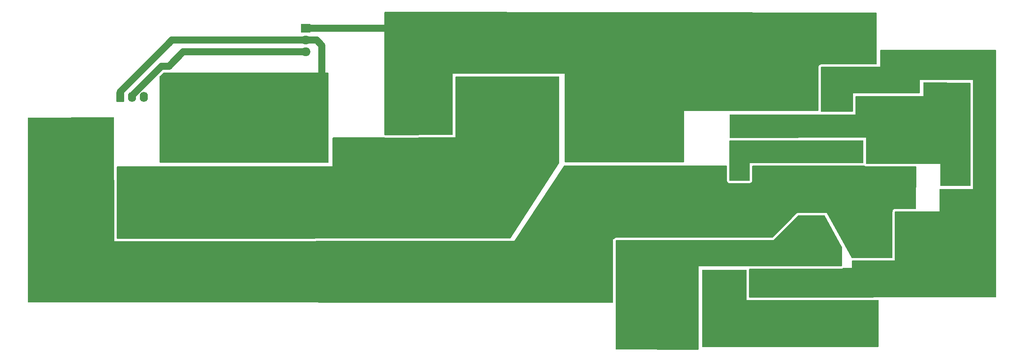
<source format=gbr>
%TF.GenerationSoftware,KiCad,Pcbnew,7.0.7*%
%TF.CreationDate,2025-01-28T13:25:58-05:00*%
%TF.ProjectId,s100 power,73313030-2070-46f7-9765-722e6b696361,rev?*%
%TF.SameCoordinates,Original*%
%TF.FileFunction,Copper,L2,Bot*%
%TF.FilePolarity,Positive*%
%FSLAX46Y46*%
G04 Gerber Fmt 4.6, Leading zero omitted, Abs format (unit mm)*
G04 Created by KiCad (PCBNEW 7.0.7) date 2025-01-28 13:25:58*
%MOMM*%
%LPD*%
G01*
G04 APERTURE LIST*
G04 Aperture macros list*
%AMRoundRect*
0 Rectangle with rounded corners*
0 $1 Rounding radius*
0 $2 $3 $4 $5 $6 $7 $8 $9 X,Y pos of 4 corners*
0 Add a 4 corners polygon primitive as box body*
4,1,4,$2,$3,$4,$5,$6,$7,$8,$9,$2,$3,0*
0 Add four circle primitives for the rounded corners*
1,1,$1+$1,$2,$3*
1,1,$1+$1,$4,$5*
1,1,$1+$1,$6,$7*
1,1,$1+$1,$8,$9*
0 Add four rect primitives between the rounded corners*
20,1,$1+$1,$2,$3,$4,$5,0*
20,1,$1+$1,$4,$5,$6,$7,0*
20,1,$1+$1,$6,$7,$8,$9,0*
20,1,$1+$1,$8,$9,$2,$3,0*%
G04 Aperture macros list end*
%TA.AperFunction,ComponentPad*%
%ADD10C,2.970000*%
%TD*%
%TA.AperFunction,ComponentPad*%
%ADD11R,4.000000X4.000000*%
%TD*%
%TA.AperFunction,ComponentPad*%
%ADD12C,4.000000*%
%TD*%
%TA.AperFunction,ComponentPad*%
%ADD13R,3.200000X3.200000*%
%TD*%
%TA.AperFunction,ComponentPad*%
%ADD14O,3.200000X3.200000*%
%TD*%
%TA.AperFunction,ComponentPad*%
%ADD15C,1.600000*%
%TD*%
%TA.AperFunction,ComponentPad*%
%ADD16R,2.000000X1.905000*%
%TD*%
%TA.AperFunction,ComponentPad*%
%ADD17O,2.000000X1.905000*%
%TD*%
%TA.AperFunction,ComponentPad*%
%ADD18RoundRect,0.875000X0.875000X0.875000X-0.875000X0.875000X-0.875000X-0.875000X0.875000X-0.875000X0*%
%TD*%
%TA.AperFunction,ComponentPad*%
%ADD19C,3.500000*%
%TD*%
%TA.AperFunction,ComponentPad*%
%ADD20C,2.400000*%
%TD*%
%TA.AperFunction,ComponentPad*%
%ADD21O,2.400000X2.400000*%
%TD*%
%TA.AperFunction,ComponentPad*%
%ADD22RoundRect,0.250000X-0.620000X-0.845000X0.620000X-0.845000X0.620000X0.845000X-0.620000X0.845000X0*%
%TD*%
%TA.AperFunction,ComponentPad*%
%ADD23O,1.740000X2.190000*%
%TD*%
%TA.AperFunction,Conductor*%
%ADD24C,3.000000*%
%TD*%
%TA.AperFunction,Conductor*%
%ADD25C,1.500000*%
%TD*%
G04 APERTURE END LIST*
D10*
%TO.P,J3,1_1,1*%
%TO.N,+8V*%
X143051504Y-86421725D03*
%TO.P,J3,1_2,1__1*%
X136041504Y-86421725D03*
%TO.P,J3,1_3,1__2*%
X143051504Y-91426725D03*
%TO.P,J3,1_4,1__3*%
X136041504Y-91426725D03*
%TO.P,J3,1_5,1__4*%
X143051504Y-96431725D03*
%TO.P,J3,1_6,1__5*%
X136041504Y-96431725D03*
%TD*%
D11*
%TO.P,C2,1*%
%TO.N,+8V*%
X89123330Y-112241097D03*
D12*
%TO.P,C2,2*%
%TO.N,GND*%
X89123330Y-122241097D03*
%TD*%
D13*
%TO.P,D8,1,K*%
%TO.N,Net-(D6-A)*%
X201208546Y-95824384D03*
D14*
%TO.P,D8,2,A*%
%TO.N,-15V*%
X201208546Y-111064384D03*
%TD*%
D10*
%TO.P,J2,1_1,1*%
%TO.N,/Secondary 2*%
X232151925Y-82421725D03*
%TO.P,J2,1_2,1__1*%
X225141925Y-82421725D03*
%TO.P,J2,1_3,1__2*%
X232151925Y-87426725D03*
%TO.P,J2,1_4,1__3*%
X225141925Y-87426725D03*
%TO.P,J2,1_5,1__4*%
X232151925Y-92431725D03*
%TO.P,J2,1_6,1__5*%
X225141925Y-92431725D03*
%TD*%
D11*
%TO.P,C1,1*%
%TO.N,+8V*%
X132365348Y-112241097D03*
D12*
%TO.P,C1,2*%
%TO.N,GND*%
X132365348Y-122241097D03*
%TD*%
D10*
%TO.P,J5,1_1,1*%
%TO.N,+15V*%
X166152740Y-86421725D03*
%TO.P,J5,1_2,1__1*%
X159142740Y-86421725D03*
%TO.P,J5,1_3,1__2*%
X166152740Y-91426725D03*
%TO.P,J5,1_4,1__3*%
X159142740Y-91426725D03*
%TO.P,J5,1_5,1__4*%
X166152740Y-96431725D03*
%TO.P,J5,1_6,1__5*%
X159142740Y-96431725D03*
%TD*%
D11*
%TO.P,C6,1*%
%TO.N,GND*%
X163660930Y-106972444D03*
D12*
%TO.P,C6,2*%
%TO.N,-15V*%
X163660930Y-116972444D03*
%TD*%
D10*
%TO.P,J1,1_1,1*%
%TO.N,/Secondary 1*%
X232151925Y-114164962D03*
%TO.P,J1,1_2,1__1*%
X225141925Y-114164962D03*
%TO.P,J1,1_3,1__2*%
X232151925Y-119169962D03*
%TO.P,J1,1_4,1__3*%
X225141925Y-119169962D03*
%TO.P,J1,1_5,1__4*%
X232151925Y-124174962D03*
%TO.P,J1,1_6,1__5*%
X225141925Y-124174962D03*
%TD*%
D15*
%TO.P,C9,1*%
%TO.N,+12V*%
X60958683Y-77250621D03*
%TO.P,C9,2*%
%TO.N,/Fused GND*%
X60958683Y-72250621D03*
%TD*%
D16*
%TO.P,U1,1,VI*%
%TO.N,+15V*%
X90387545Y-69099803D03*
D17*
%TO.P,U1,2,GND*%
%TO.N,/Fused GND*%
X90387545Y-71639803D03*
%TO.P,U1,3,VO*%
%TO.N,+12V*%
X90387545Y-74179803D03*
%TD*%
D18*
%TO.P,F1,1*%
%TO.N,/Fused GND*%
X69411218Y-92977499D03*
X61791218Y-92977499D03*
D19*
%TO.P,F1,2*%
%TO.N,GND*%
X42821218Y-92977499D03*
X35201218Y-92977499D03*
%TD*%
D11*
%TO.P,C8,1*%
%TO.N,+8V*%
X51937228Y-112254240D03*
D12*
%TO.P,C8,2*%
%TO.N,GND*%
X51937228Y-122254240D03*
%TD*%
D11*
%TO.P,C4,1*%
%TO.N,/Secondary 1*%
X191778048Y-124332255D03*
D12*
%TO.P,C4,2*%
%TO.N,Net-(D5-A)*%
X181778048Y-124332255D03*
%TD*%
D13*
%TO.P,D1,1,K*%
%TO.N,/Secondary 1*%
X219084144Y-121134668D03*
D14*
%TO.P,D1,2,A*%
%TO.N,GND*%
X219084144Y-105894668D03*
%TD*%
D15*
%TO.P,C7,1*%
%TO.N,/Secondary 1*%
X229935551Y-105766044D03*
%TO.P,C7,2*%
%TO.N,/Secondary 2*%
X229935551Y-100766044D03*
%TD*%
D11*
%TO.P,C5,1*%
%TO.N,/Secondary 2*%
X183927532Y-89874830D03*
D12*
%TO.P,C5,2*%
%TO.N,Net-(D6-A)*%
X183927532Y-99874830D03*
%TD*%
D13*
%TO.P,D2,1,K*%
%TO.N,/Secondary 2*%
X219084144Y-85881828D03*
D14*
%TO.P,D2,2,A*%
%TO.N,GND*%
X219084144Y-101121828D03*
%TD*%
D20*
%TO.P,R1,1*%
%TO.N,/Secondary 1*%
X224266068Y-110909979D03*
D21*
%TO.P,R1,2*%
%TO.N,/Secondary 2*%
X224266068Y-95669979D03*
%TD*%
D10*
%TO.P,J4,1_1,1*%
%TO.N,/Fused GND*%
X83563668Y-86421725D03*
%TO.P,J4,1_2,1__1*%
X76553668Y-86421725D03*
%TO.P,J4,1_3,1__2*%
X83563668Y-91426725D03*
%TO.P,J4,1_4,1__3*%
X76553668Y-91426725D03*
%TO.P,J4,1_5,1__4*%
X83563668Y-96431725D03*
%TO.P,J4,1_6,1__5*%
X76553668Y-96431725D03*
%TD*%
%TO.P,J6,1_1,1*%
%TO.N,-15V*%
X166152740Y-126744735D03*
%TO.P,J6,1_2,1__1*%
X159142740Y-126744735D03*
%TO.P,J6,1_3,1__2*%
X166152740Y-131749735D03*
%TO.P,J6,1_4,1__3*%
X159142740Y-131749735D03*
%TO.P,J6,1_5,1__4*%
X166152740Y-136754735D03*
%TO.P,J6,1_6,1__5*%
X159142740Y-136754735D03*
%TD*%
D13*
%TO.P,D6,1,K*%
%TO.N,GND*%
X208602405Y-111057823D03*
D14*
%TO.P,D6,2,A*%
%TO.N,Net-(D6-A)*%
X208602405Y-95817823D03*
%TD*%
D13*
%TO.P,D7,1,K*%
%TO.N,Net-(D5-A)*%
X203950028Y-131915749D03*
D14*
%TO.P,D7,2,A*%
%TO.N,-15V*%
X203950028Y-116675749D03*
%TD*%
D11*
%TO.P,C3,1*%
%TO.N,+15V*%
X110733720Y-89874830D03*
D12*
%TO.P,C3,2*%
%TO.N,+8V*%
X110733720Y-99874830D03*
%TD*%
D22*
%TO.P,J7,1,Pin_1*%
%TO.N,/Fused GND*%
X50408704Y-83895128D03*
D23*
%TO.P,J7,2,Pin_2*%
%TO.N,+12V*%
X52948704Y-83895128D03*
%TO.P,J7,3,Pin_3*%
%TO.N,unconnected-(J7-Pin_3-Pad3)*%
X55488704Y-83895128D03*
%TD*%
D13*
%TO.P,D3,1,K*%
%TO.N,+15V*%
X203950028Y-70145419D03*
D14*
%TO.P,D3,2,A*%
%TO.N,/Secondary 1*%
X203950028Y-85385419D03*
%TD*%
D13*
%TO.P,D5,1,K*%
%TO.N,GND*%
X211347494Y-116682656D03*
D14*
%TO.P,D5,2,A*%
%TO.N,Net-(D5-A)*%
X211347494Y-131922656D03*
%TD*%
D13*
%TO.P,D4,1,K*%
%TO.N,+15V*%
X211347494Y-70145419D03*
D14*
%TO.P,D4,2,A*%
%TO.N,/Secondary 2*%
X211347494Y-85385419D03*
%TD*%
D24*
%TO.N,GND*%
X51950371Y-122241097D02*
X51937228Y-122254240D01*
X211366389Y-116701551D02*
X211347494Y-116682656D01*
D25*
%TO.N,+15V*%
X90387545Y-69099803D02*
X119349238Y-69099803D01*
D24*
%TO.N,/Secondary 2*%
X219058383Y-85856067D02*
X219084144Y-85881828D01*
D25*
%TO.N,+12V*%
X90387545Y-74179803D02*
X64029501Y-74179803D01*
X59334342Y-77250621D02*
X60958683Y-77250621D01*
X52948704Y-83636259D02*
X59334342Y-77250621D01*
X64029501Y-74179803D02*
X60958683Y-77250621D01*
X52948704Y-83895128D02*
X52948704Y-83636259D01*
%TO.N,/Fused GND*%
X90387545Y-71639803D02*
X61569501Y-71639803D01*
X50408704Y-82800600D02*
X60958683Y-72250621D01*
X90387545Y-71639803D02*
X92792545Y-71639803D01*
X92792545Y-71639803D02*
X93924138Y-72771396D01*
X61569501Y-71639803D02*
X60958683Y-72250621D01*
X50408704Y-83895128D02*
X50408704Y-82800600D01*
X93924138Y-72771396D02*
X93924138Y-80534398D01*
%TD*%
%TA.AperFunction,Conductor*%
%TO.N,+15V*%
G36*
X213312442Y-65657814D02*
G01*
X213379457Y-65677576D01*
X213425151Y-65730433D01*
X213436297Y-65781722D01*
X213444450Y-76770930D01*
X213424815Y-76837984D01*
X213372045Y-76883778D01*
X213320291Y-76895022D01*
X201569682Y-76879923D01*
X201523903Y-76879865D01*
X201523902Y-76879865D01*
X201523900Y-76879865D01*
X201416548Y-76891255D01*
X201365080Y-76902370D01*
X201365066Y-76902374D01*
X201262606Y-76936289D01*
X201262599Y-76936293D01*
X201141435Y-77013859D01*
X201141422Y-77013869D01*
X201088542Y-77059526D01*
X200994137Y-77168085D01*
X200994137Y-77168086D01*
X200934132Y-77298857D01*
X200914328Y-77365859D01*
X200914325Y-77365868D01*
X200893597Y-77508247D01*
X200893596Y-77508251D01*
X200893597Y-77508251D01*
X200877142Y-86794628D01*
X200857338Y-86861632D01*
X200804454Y-86907293D01*
X200753102Y-86918408D01*
X171988090Y-86909187D01*
X171980401Y-86909185D01*
X171980400Y-86909185D01*
X171974827Y-97859198D01*
X171955108Y-97926228D01*
X171902281Y-97971956D01*
X171850856Y-97983135D01*
X146364508Y-97989185D01*
X146297464Y-97969516D01*
X146251697Y-97916723D01*
X146240479Y-97865291D01*
X146240474Y-97859198D01*
X146224343Y-78925830D01*
X146200489Y-78925806D01*
X122067440Y-78901953D01*
X122087207Y-92009230D01*
X122067623Y-92076299D01*
X122014889Y-92122134D01*
X121963297Y-92133417D01*
X107483962Y-92143978D01*
X107416909Y-92124342D01*
X107371115Y-92071572D01*
X107359872Y-92019874D01*
X107382553Y-65658926D01*
X107402295Y-65591905D01*
X107455139Y-65546195D01*
X107506692Y-65535034D01*
X213312442Y-65657814D01*
G37*
%TD.AperFunction*%
%TD*%
%TA.AperFunction,Conductor*%
%TO.N,GND*%
G36*
X49060345Y-88324886D02*
G01*
X49106202Y-88377601D01*
X49117507Y-88429163D01*
X49153447Y-115037167D01*
X49153448Y-115037168D01*
X135346207Y-114981804D01*
X146000108Y-98781603D01*
X146053389Y-98736409D01*
X146103712Y-98725739D01*
X181067364Y-98727037D01*
X181134399Y-98746724D01*
X181180152Y-98799530D01*
X181191356Y-98851170D01*
X181188115Y-101876811D01*
X181199586Y-101984421D01*
X181199587Y-101984429D01*
X181199588Y-101984431D01*
X181207043Y-102018824D01*
X181210772Y-102036027D01*
X181244888Y-102138726D01*
X181244889Y-102138729D01*
X181322622Y-102259802D01*
X181322625Y-102259805D01*
X181368354Y-102312625D01*
X181477050Y-102406893D01*
X181607902Y-102466720D01*
X181664300Y-102483306D01*
X181670688Y-102485823D01*
X181709506Y-102491421D01*
X181817341Y-102506973D01*
X185968780Y-102508778D01*
X186075615Y-102497407D01*
X186126847Y-102486353D01*
X186228866Y-102452661D01*
X186350135Y-102375231D01*
X186403074Y-102329632D01*
X186403076Y-102329630D01*
X186497617Y-102221171D01*
X186557773Y-102090470D01*
X186577655Y-102023489D01*
X186598551Y-101881135D01*
X186607467Y-98858332D01*
X186627349Y-98791352D01*
X186680287Y-98745753D01*
X186731477Y-98734699D01*
X210462853Y-98737548D01*
X210546958Y-98728488D01*
X210553575Y-98728132D01*
X210809082Y-98728142D01*
X210876120Y-98747829D01*
X210890224Y-98758382D01*
X210908518Y-98774216D01*
X210908519Y-98774216D01*
X210908520Y-98774217D01*
X211039423Y-98833913D01*
X211039425Y-98833913D01*
X211039428Y-98833915D01*
X211106478Y-98853563D01*
X211248902Y-98873962D01*
X221819122Y-98868269D01*
X221886169Y-98887916D01*
X221931953Y-98940696D01*
X221943186Y-98992534D01*
X221923918Y-107958210D01*
X221904089Y-108025207D01*
X221851187Y-108070849D01*
X221799834Y-108081944D01*
X217484557Y-108079012D01*
X217484551Y-108079012D01*
X217376771Y-108090562D01*
X217376744Y-108090566D01*
X217325118Y-108101796D01*
X217325111Y-108101798D01*
X217222277Y-108136059D01*
X217101279Y-108213924D01*
X217079634Y-108232702D01*
X217016095Y-108261764D01*
X216998306Y-108263036D01*
X216898361Y-108262978D01*
X216898361Y-108262979D01*
X216898317Y-108469180D01*
X216893316Y-108504014D01*
X216875041Y-108566398D01*
X216875018Y-108566468D01*
X216854630Y-108708902D01*
X216854630Y-108708904D01*
X216860720Y-118549763D01*
X216841077Y-118616815D01*
X216788301Y-118662602D01*
X216736692Y-118673840D01*
X208244056Y-118671912D01*
X208244049Y-118671913D01*
X208134188Y-118683602D01*
X208134091Y-118682692D01*
X208068610Y-118674355D01*
X208015074Y-118629458D01*
X208009764Y-118620722D01*
X206029284Y-115037168D01*
X202680572Y-108977883D01*
X202680570Y-108977882D01*
X202357186Y-108976934D01*
X202322498Y-108971878D01*
X202298842Y-108964906D01*
X202298833Y-108964903D01*
X202298822Y-108964901D01*
X202156437Y-108944286D01*
X202156428Y-108944285D01*
X196550361Y-108938769D01*
X196550360Y-108938769D01*
X196550359Y-108938769D01*
X196544706Y-108939082D01*
X196521933Y-108940343D01*
X196521925Y-108940343D01*
X196521923Y-108940344D01*
X196480081Y-108945036D01*
X196459501Y-108948525D01*
X196424002Y-108954543D01*
X196422187Y-108955041D01*
X196389072Y-108959444D01*
X196359637Y-108959358D01*
X196346199Y-108972864D01*
X196302803Y-109001140D01*
X196289710Y-109006174D01*
X196228727Y-109040272D01*
X196228728Y-109040271D01*
X196114420Y-109127644D01*
X196114414Y-109127649D01*
X196114414Y-109127650D01*
X195128450Y-110133614D01*
X191103227Y-114240488D01*
X191042243Y-114274586D01*
X191014650Y-114277691D01*
X157368666Y-114272156D01*
X157261056Y-114283723D01*
X157236953Y-114288970D01*
X157209481Y-114294950D01*
X157209478Y-114294950D01*
X157209473Y-114294952D01*
X157106819Y-114329150D01*
X157106813Y-114329153D01*
X156985806Y-114406991D01*
X156936026Y-114450162D01*
X156935662Y-114450439D01*
X156933022Y-114452767D01*
X156933019Y-114452769D01*
X156933019Y-114452770D01*
X156895098Y-114496571D01*
X156843716Y-114555919D01*
X156784953Y-114593718D01*
X156749880Y-114598755D01*
X156630581Y-114598669D01*
X156641225Y-128216462D01*
X156621593Y-128283517D01*
X156568825Y-128329313D01*
X156517174Y-128340559D01*
X30669451Y-128288346D01*
X30602419Y-128268634D01*
X30556686Y-128215811D01*
X30545502Y-128164324D01*
X30547213Y-118682692D01*
X30552665Y-88464600D01*
X30572362Y-88397567D01*
X30625174Y-88351821D01*
X30676423Y-88340625D01*
X48993268Y-88305330D01*
X49060345Y-88324886D01*
G37*
%TD.AperFunction*%
%TD*%
%TA.AperFunction,Conductor*%
%TO.N,Net-(D6-A)*%
G36*
X210524385Y-93289414D02*
G01*
X210570180Y-93342183D01*
X210581425Y-93393635D01*
X210586929Y-98107903D01*
X210567323Y-98174966D01*
X210514572Y-98220782D01*
X210462914Y-98232048D01*
X186132799Y-98229128D01*
X186103823Y-98229125D01*
X186103822Y-98229125D01*
X186093053Y-101879644D01*
X186073171Y-101946625D01*
X186020232Y-101992224D01*
X185969000Y-102003278D01*
X181817561Y-102001473D01*
X181750530Y-101981759D01*
X181704798Y-101928935D01*
X181693615Y-101877344D01*
X181702682Y-93415381D01*
X181722438Y-93348365D01*
X181775291Y-93302667D01*
X181826587Y-93291516D01*
X210457331Y-93269780D01*
X210524385Y-93289414D01*
G37*
%TD.AperFunction*%
%TD*%
%TA.AperFunction,Conductor*%
%TO.N,/Secondary 2*%
G36*
X233549492Y-80830753D02*
G01*
X233616393Y-80850891D01*
X233661788Y-80904004D01*
X233672647Y-80954847D01*
X233655244Y-102975005D01*
X233635506Y-103042029D01*
X233582666Y-103087742D01*
X233531337Y-103098907D01*
X227239453Y-103103609D01*
X227172399Y-103083975D01*
X227126604Y-103031205D01*
X227115360Y-102979609D01*
X227115360Y-102975005D01*
X227115360Y-98359918D01*
X227115359Y-98359918D01*
X227115359Y-98359917D01*
X211248630Y-98368462D01*
X211181580Y-98348814D01*
X211135796Y-98296034D01*
X211124563Y-98244619D01*
X211117597Y-92729567D01*
X211117596Y-92729567D01*
X181858227Y-92744508D01*
X181791178Y-92724858D01*
X181745396Y-92672077D01*
X181734164Y-92620418D01*
X181737656Y-87816306D01*
X181757389Y-87749285D01*
X181810227Y-87703568D01*
X181861691Y-87692400D01*
X208860949Y-87700272D01*
X208849490Y-83828145D01*
X208868976Y-83761052D01*
X208921644Y-83715141D01*
X208973453Y-83703782D01*
X223492310Y-83699712D01*
X223472209Y-80888099D01*
X223491414Y-80820925D01*
X223543889Y-80774794D01*
X223597046Y-80763220D01*
X233549492Y-80830753D01*
G37*
%TD.AperFunction*%
%TD*%
%TA.AperFunction,Conductor*%
%TO.N,/Secondary 1*%
G36*
X239100132Y-73747103D02*
G01*
X239145932Y-73799867D01*
X239157182Y-73851480D01*
X239155283Y-127063513D01*
X239135596Y-127130552D01*
X239082790Y-127176305D01*
X239031293Y-127187509D01*
X186069793Y-127191984D01*
X186002752Y-127172305D01*
X185956993Y-127119505D01*
X185945783Y-127067960D01*
X185947016Y-121095071D01*
X185966713Y-121028041D01*
X186019527Y-120982297D01*
X186071010Y-120971103D01*
X205826154Y-120971199D01*
X205933374Y-120959698D01*
X205984779Y-120948541D01*
X206087110Y-120914563D01*
X206208225Y-120836892D01*
X206214600Y-120831378D01*
X206261076Y-120791186D01*
X206264553Y-120788206D01*
X206265648Y-120789484D01*
X206320775Y-120759595D01*
X206346820Y-120756839D01*
X208114516Y-120757671D01*
X208119915Y-119300952D01*
X208139848Y-119233987D01*
X208192821Y-119188428D01*
X208243941Y-119177413D01*
X217326615Y-119179474D01*
X217366610Y-119179484D01*
X217366610Y-119179483D01*
X217366611Y-119179484D01*
X217360131Y-108708586D01*
X217379774Y-108641537D01*
X217432550Y-108595750D01*
X217484213Y-108584512D01*
X226928808Y-108590931D01*
X226945225Y-108590943D01*
X226945225Y-108590942D01*
X226945226Y-108590943D01*
X226949035Y-103894288D01*
X226968774Y-103827267D01*
X227021615Y-103781555D01*
X227073058Y-103770391D01*
X234160116Y-103771916D01*
X234178714Y-80239847D01*
X234178714Y-80239846D01*
X222714928Y-80240922D01*
X222709903Y-82998648D01*
X222690096Y-83065651D01*
X222637209Y-83111310D01*
X222585885Y-83122422D01*
X208319103Y-83120336D01*
X208319102Y-83120337D01*
X208318473Y-86957906D01*
X208298777Y-87024943D01*
X208245966Y-87070689D01*
X208194269Y-87081886D01*
X201506170Y-87070884D01*
X201439163Y-87051089D01*
X201393495Y-86998210D01*
X201382374Y-86946667D01*
X201399096Y-77509143D01*
X201418900Y-77442141D01*
X201471784Y-77396480D01*
X201523253Y-77385365D01*
X214217067Y-77401677D01*
X214207497Y-73873079D01*
X214227000Y-73805991D01*
X214279680Y-73760093D01*
X214331389Y-73748747D01*
X239033077Y-73727476D01*
X239100132Y-73747103D01*
G37*
%TD.AperFunction*%
%TD*%
%TA.AperFunction,Conductor*%
%TO.N,/Fused GND*%
G36*
X95213543Y-78672459D02*
G01*
X95280568Y-78692189D01*
X95326287Y-78745024D01*
X95337458Y-78796628D01*
X95311415Y-97957395D01*
X95291639Y-98024407D01*
X95238773Y-98070090D01*
X95187398Y-98081226D01*
X59032091Y-98076248D01*
X58965054Y-98056554D01*
X58919307Y-98003744D01*
X58908108Y-97952131D01*
X58925534Y-79479143D01*
X58945282Y-79412125D01*
X58961844Y-79391592D01*
X59668791Y-78684645D01*
X59730110Y-78651163D01*
X59756533Y-78648330D01*
X95213543Y-78672459D01*
G37*
%TD.AperFunction*%
%TD*%
%TA.AperFunction,Conductor*%
%TO.N,Net-(D5-A)*%
G36*
X185307716Y-121187157D02*
G01*
X185374740Y-121206893D01*
X185420455Y-121259731D01*
X185431621Y-121311305D01*
X185423960Y-127711420D01*
X213762675Y-127737661D01*
X213829696Y-127757408D01*
X213875402Y-127810254D01*
X213886560Y-127861769D01*
X213877989Y-137742797D01*
X213858246Y-137809819D01*
X213805403Y-137855528D01*
X213754046Y-137866689D01*
X175941839Y-137884148D01*
X175874791Y-137864494D01*
X175829011Y-137811712D01*
X175817782Y-137760169D01*
X175815376Y-121304042D01*
X175835051Y-121237001D01*
X175887848Y-121191238D01*
X175939467Y-121180025D01*
X185307716Y-121187157D01*
G37*
%TD.AperFunction*%
%TD*%
%TA.AperFunction,Conductor*%
%TO.N,+8V*%
G36*
X144981530Y-79473711D02*
G01*
X145027323Y-79526482D01*
X145038566Y-79577998D01*
X145050118Y-98122214D01*
X145030475Y-98189265D01*
X145030336Y-98189482D01*
X134566249Y-114420061D01*
X134513379Y-114465739D01*
X134462111Y-114476870D01*
X49850019Y-114531219D01*
X49782967Y-114511577D01*
X49737178Y-114458803D01*
X49725940Y-114407263D01*
X49721168Y-99022241D01*
X49740832Y-98955198D01*
X49793622Y-98909427D01*
X49845163Y-98898205D01*
X96200332Y-98898204D01*
X96193823Y-92766932D01*
X96213436Y-92699874D01*
X96266192Y-92654063D01*
X96317802Y-92642803D01*
X107417371Y-92641162D01*
X107434925Y-92642411D01*
X107484331Y-92649478D01*
X121799204Y-92639036D01*
X122679021Y-92638907D01*
X122668879Y-79594147D01*
X122688511Y-79527095D01*
X122741280Y-79481299D01*
X122792787Y-79470053D01*
X144914477Y-79454075D01*
X144981530Y-79473711D01*
G37*
%TD.AperFunction*%
%TD*%
%TA.AperFunction,Conductor*%
%TO.N,-15V*%
G36*
X202155936Y-109449786D02*
G01*
X202222954Y-109469537D01*
X202264495Y-109514087D01*
X205938722Y-116203081D01*
X205954039Y-116262898D01*
X205950157Y-120341817D01*
X205930409Y-120408838D01*
X205877561Y-120454542D01*
X205826156Y-120465699D01*
X175057985Y-120465551D01*
X175044883Y-138380317D01*
X175025149Y-138447342D01*
X174972312Y-138493058D01*
X174920442Y-138504225D01*
X157377948Y-138441802D01*
X157310979Y-138421879D01*
X157265412Y-138368913D01*
X157254389Y-138317855D01*
X157245103Y-116203081D01*
X157244557Y-114901708D01*
X157264213Y-114834661D01*
X157316998Y-114788884D01*
X157368575Y-114777657D01*
X191279086Y-114783235D01*
X196475427Y-109481486D01*
X196536410Y-109447388D01*
X196564101Y-109444283D01*
X202155936Y-109449786D01*
G37*
%TD.AperFunction*%
%TD*%
M02*

</source>
